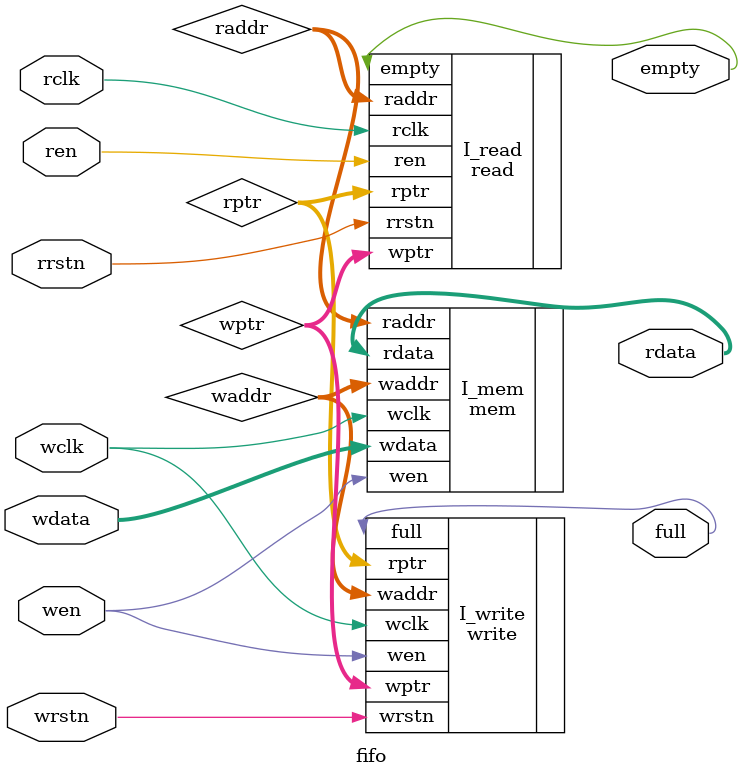
<source format=v>
module fifo(rdata,full,empty,rclk,ren,rrstn,wclk,wen,wrstn,wdata);
    parameter D_SIZE = 8;
    parameter A_SIZE = 4;

    output [D_SIZE-1:0] rdata;
    output              full,empty;
    input               rclk,ren,rrstn;
    input               wclk,wen,wrstn;
    input  [D_SIZE-1:0] wdata;

    wire [A_SIZE-1:0] raddr,waddr;
    wire [A_SIZE  :0] rptr,wptr;

    mem #(
        .D_SIZE(D_SIZE),
        .A_SIZE(A_SIZE)
    ) I_mem(
        .rdata(rdata),
        .raddr(raddr),
        .wclk(wclk),
        .wen(wen),
        .wdata(wdata),
        .waddr(waddr)
    );

    read #(
        .A_SIZE(A_SIZE)
    ) I_read(
        .empty(empty),
        .raddr(raddr),
        .rptr(rptr),
        .rclk(rclk),
        .wptr(wptr),
        .rrstn(rrstn),
        .ren(ren)
    );

    write #(
        .A_SIZE(A_SIZE)
    ) I_write(
        .full(full),
        .waddr(waddr),
        .wptr(wptr),
        .wclk(wclk),
        .wrstn(wrstn),
        .rptr(rptr),
        .wen(wen)
    );

endmodule





</source>
